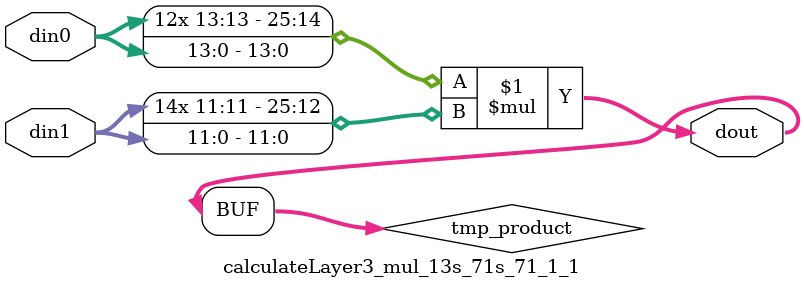
<source format=v>

`timescale 1 ns / 1 ps

  module calculateLayer3_mul_13s_71s_71_1_1(din0, din1, dout);
parameter ID = 1;
parameter NUM_STAGE = 0;
parameter din0_WIDTH = 14;
parameter din1_WIDTH = 12;
parameter dout_WIDTH = 26;

input [din0_WIDTH - 1 : 0] din0; 
input [din1_WIDTH - 1 : 0] din1; 
output [dout_WIDTH - 1 : 0] dout;

wire signed [dout_WIDTH - 1 : 0] tmp_product;













assign tmp_product = $signed(din0) * $signed(din1);








assign dout = tmp_product;







endmodule

</source>
